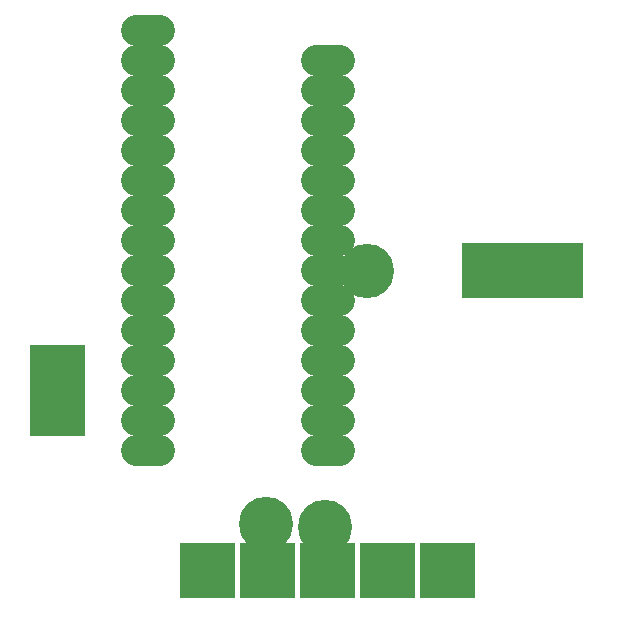
<source format=gbr>
%FSLAX34Y34*%
%MOMM*%
%LNSOLDERMASK_BOTTOM*%
G71*
G01*
%ADD10C,2.600*%
%ADD11C,4.600*%
%LPD*%
G36*
X428664Y738155D02*
X428664Y692155D01*
X402664Y692155D01*
X402664Y738155D01*
X428664Y738155D01*
G37*
G54D10*
X278664Y892955D02*
X298664Y892955D01*
G54D10*
X278664Y867555D02*
X298664Y867555D01*
G54D10*
X278664Y842155D02*
X298664Y842155D01*
G54D10*
X278664Y816755D02*
X298664Y816755D01*
G54D10*
X278664Y791355D02*
X298664Y791355D01*
G54D10*
X278664Y765955D02*
X298664Y765955D01*
G54D10*
X278664Y740555D02*
X298664Y740555D01*
G54D10*
X278664Y715155D02*
X298664Y715155D01*
G54D10*
X278664Y689755D02*
X298664Y689755D01*
G54D10*
X278664Y664355D02*
X298664Y664355D01*
G54D10*
X278664Y638955D02*
X298664Y638955D01*
G54D10*
X278664Y613555D02*
X298664Y613555D01*
G54D10*
X278664Y588155D02*
X298664Y588155D01*
G54D10*
X278664Y562755D02*
X298664Y562755D01*
G54D10*
X126264Y892955D02*
X146264Y892955D01*
G54D10*
X126264Y867555D02*
X146264Y867555D01*
G54D10*
X126264Y842155D02*
X146264Y842155D01*
G54D10*
X126264Y816755D02*
X146264Y816755D01*
G54D10*
X126264Y791355D02*
X146264Y791355D01*
G54D10*
X126264Y765955D02*
X146264Y765955D01*
G54D10*
X126264Y740555D02*
X146264Y740555D01*
G54D10*
X126264Y715155D02*
X146264Y715155D01*
G54D10*
X126264Y689755D02*
X146264Y689755D01*
G54D10*
X126264Y664355D02*
X146264Y664355D01*
G54D10*
X126264Y638955D02*
X146264Y638955D01*
G54D10*
X126264Y613555D02*
X146264Y613555D01*
G54D10*
X126264Y588155D02*
X146264Y588155D01*
G54D10*
X126264Y562755D02*
X146264Y562755D01*
G54D10*
X126264Y918355D02*
X146264Y918355D01*
G36*
X37064Y651955D02*
X83064Y651955D01*
X83064Y625955D01*
X37064Y625955D01*
X37064Y651955D01*
G37*
G36*
X37064Y626555D02*
X83064Y626555D01*
X83064Y600555D01*
X37064Y600555D01*
X37064Y626555D01*
G37*
G36*
X37064Y601155D02*
X83064Y601155D01*
X83064Y575155D01*
X37064Y575155D01*
X37064Y601155D01*
G37*
X236372Y500063D02*
G54D11*
D03*
G36*
X454064Y738155D02*
X454064Y692155D01*
X428064Y692155D01*
X428064Y738155D01*
X454064Y738155D01*
G37*
G36*
X479464Y738155D02*
X479464Y692155D01*
X453464Y692155D01*
X453464Y738155D01*
X479464Y738155D01*
G37*
G36*
X504864Y738155D02*
X504864Y692155D01*
X478864Y692155D01*
X478864Y738155D01*
X504864Y738155D01*
G37*
G36*
X164064Y484155D02*
X210064Y484155D01*
X210064Y438155D01*
X164064Y438155D01*
X164064Y484155D01*
G37*
G36*
X214864Y484155D02*
X260864Y484155D01*
X260864Y438155D01*
X214864Y438155D01*
X214864Y484155D01*
G37*
G36*
X265664Y484155D02*
X311664Y484155D01*
X311664Y438155D01*
X265664Y438155D01*
X265664Y484155D01*
G37*
G36*
X316464Y484155D02*
X362464Y484155D01*
X362464Y438155D01*
X316464Y438155D01*
X316464Y484155D01*
G37*
G36*
X367264Y484155D02*
X413264Y484155D01*
X413264Y438155D01*
X367264Y438155D01*
X367264Y484155D01*
G37*
X286391Y497919D02*
G54D11*
D03*
X322463Y714501D02*
G54D11*
D03*
M02*

</source>
